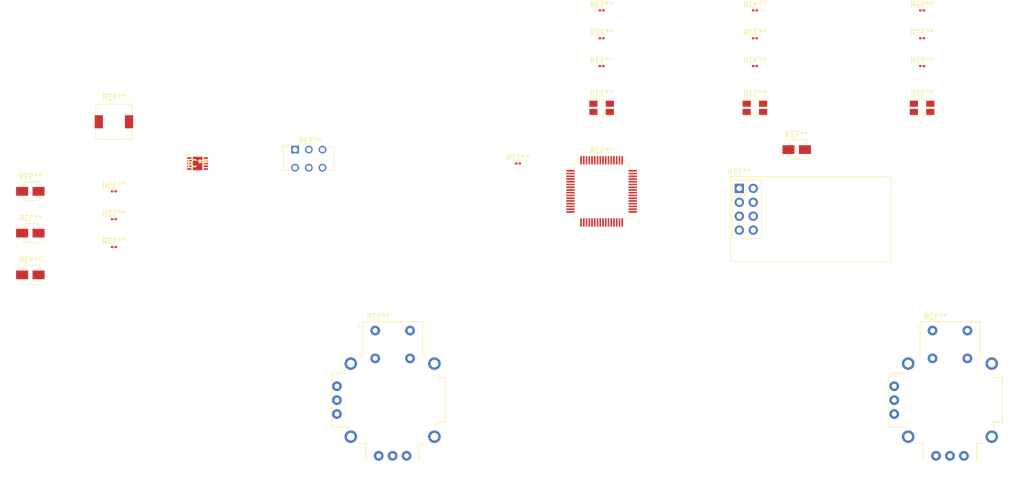
<source format=kicad_pcb>
(kicad_pcb (version 20211014) (generator pcbnew)
  (layers (0 "F.Cu" signal) (31 "B.Cu" signal) (34 "B.Paste" user) (35 "F.Paste" user) (36 "B.SilkS" user "B.Silkscreen") (37 "F.SilkS" user "F.Silkscreen") (38 "B.Mask" user) (39 "F.Mask" user) (44 "Edge.Cuts" user))
  (net 0 "")
  (footprint "Resistor_SMD:R_0201_0603Metric" (layer "F.Cu") (at 50.8 101.6)
    (fp_text reference "REF**" (at 0 -1.05) (layer "F.SilkS"))
    (fp_text value "R_0201_0603Metric")
    (pad "1" smd roundrect (at -0.32 0) (size 0.46 0.4) (layers "F.Cu" "F.Mask"))
    (pad "2" smd roundrect (at 0.32 0) (size 0.46 0.4) (layers "F.Cu" "F.Mask"))
  )
  (footprint "LED_SMD:LED_Avago_PLCC4_3.2x2.8mm_CW" (layer "F.Cu") (at 198.12 76.2)
    (fp_text reference "REF**" (at 0 -2.65) (layer "F.SilkS"))
    (fp_text value "LED_Avago_PLCC4_3.2x2.8mm_CW")
    (fp_line (start -2.5 -0.7) (end -2.5 -1.5) (layer "F.SilkS") (width 0.12))
    (fp_line (start -2.500044 -1.5) (end 1.95 -1.5) (layer "F.SilkS") (width 0.12))
    (fp_line (start -1.95 1.5) (end 1.95 1.5) (layer "F.SilkS") (width 0.12))
    (pad "1" smd rect (at -1.5 -0.75) (size 1.5 1.1) (layers "F.Cu" "F.Paste" "F.Mask"))
    (pad "2" smd rect (at 1.5 -0.75) (size 1.5 1.1) (layers "F.Cu" "F.Paste" "F.Mask"))
    (pad "3" smd rect (at 1.5 0.75) (size 1.5 1.1) (layers "F.Cu" "F.Paste" "F.Mask"))
    (pad "4" smd rect (at -1.5 0.75) (size 1.5 1.1) (layers "F.Cu" "F.Paste" "F.Mask"))
  )
  (footprint "LED_SMD:LED_Avago_PLCC4_3.2x2.8mm_CW" (layer "F.Cu") (at 139.7 76.2)
    (fp_text reference "REF**" (at 0 -2.65) (layer "F.SilkS"))
    (fp_text value "LED_Avago_PLCC4_3.2x2.8mm_CW")
    (fp_line (start -2.5 -0.7) (end -2.5 -1.5) (layer "F.SilkS") (width 0.12))
    (fp_line (start -2.500044 -1.5) (end 1.95 -1.5) (layer "F.SilkS") (width 0.12))
    (fp_line (start -1.95 1.5) (end 1.95 1.5) (layer "F.SilkS") (width 0.12))
    (pad "1" smd rect (at -1.5 -0.75) (size 1.5 1.1) (layers "F.Cu" "F.Paste" "F.Mask"))
    (pad "2" smd rect (at 1.5 -0.75) (size 1.5 1.1) (layers "F.Cu" "F.Paste" "F.Mask"))
    (pad "3" smd rect (at 1.5 0.75) (size 1.5 1.1) (layers "F.Cu" "F.Paste" "F.Mask"))
    (pad "4" smd rect (at -1.5 0.75) (size 1.5 1.1) (layers "F.Cu" "F.Paste" "F.Mask"))
  )
  (footprint "Capacitor_SMD:CP_Elec_3x5.3" (layer "F.Cu") (at 35.56 106.68)
    (fp_text reference "REF**" (at 0 -2.7) (layer "F.SilkS"))
    (fp_text value "CP_Elec_3x5.3")
    (fp_line (start -0.870563 1.76) (end 1.76 1.76) (layer "F.SilkS") (width 0.12))
    (fp_line (start -0.870563 -1.76) (end 1.76 -1.76) (layer "F.SilkS") (width 0.12))
    (fp_line (start 1.76 1.76) (end 1.76 1.06) (layer "F.SilkS") (width 0.12))
    (fp_line (start 1.76 -1.76) (end 1.76 -1.06) (layer "F.SilkS") (width 0.12))
    (fp_line (start -2.375 -1.435) (end -2 -1.435) (layer "F.SilkS") (width 0.12))
    (fp_line (start -2.1875 -1.6225) (end -2.1875 -1.2475) (layer "F.SilkS") (width 0.12))
    (fp_line (start -1.570563 1.06) (end -0.870563 1.76) (layer "F.SilkS") (width 0.12))
    (fp_line (start -1.570563 -1.06) (end -0.870563 -1.76) (layer "F.SilkS") (width 0.12))
    (pad "1" smd rect (at -1.5 0) (size 2.2 1.6) (layers "F.Cu" "F.Paste" "F.Mask"))
    (pad "2" smd rect (at 1.5 0) (size 2.2 1.6) (layers "F.Cu" "F.Paste" "F.Mask"))
  )
  (footprint "Resistor_SMD:R_0201_0603Metric" (layer "F.Cu") (at 139.7 63.5)
    (fp_text reference "REF**" (at 0 -1.05) (layer "F.SilkS"))
    (fp_text value "R_0201_0603Metric")
    (pad "1" smd roundrect (at -0.32 0) (size 0.46 0.4) (layers "F.Cu" "F.Mask"))
    (pad "2" smd roundrect (at 0.32 0) (size 0.46 0.4) (layers "F.Cu" "F.Mask"))
  )
  (footprint "Resistor_SMD:R_0201_0603Metric" (layer "F.Cu") (at 198.12 58.42)
    (fp_text reference "REF**" (at 0 -1.05) (layer "F.SilkS"))
    (fp_text value "R_0201_0603Metric")
    (pad "1" smd roundrect (at -0.32 0) (size 0.46 0.4) (layers "F.Cu" "F.Mask"))
    (pad "2" smd roundrect (at 0.32 0) (size 0.46 0.4) (layers "F.Cu" "F.Mask"))
  )
  (footprint "Resistor_SMD:R_0201_0603Metric" (layer "F.Cu") (at 167.64 68.58)
    (fp_text reference "REF**" (at 0 -1.05) (layer "F.SilkS"))
    (fp_text value "R_0201_0603Metric")
    (pad "1" smd roundrect (at -0.32 0) (size 0.46 0.4) (layers "F.Cu" "F.Mask"))
    (pad "2" smd roundrect (at 0.32 0) (size 0.46 0.4) (layers "F.Cu" "F.Mask"))
  )
  (footprint "Resistor_SMD:R_0201_0603Metric" (layer "F.Cu") (at 139.7 58.42)
    (fp_text reference "REF**" (at 0 -1.05) (layer "F.SilkS"))
    (fp_text value "R_0201_0603Metric")
    (pad "1" smd roundrect (at -0.32 0) (size 0.46 0.4) (layers "F.Cu" "F.Mask"))
    (pad "2" smd roundrect (at 0.32 0) (size 0.46 0.4) (layers "F.Cu" "F.Mask"))
  )
  (footprint "Resistor_SMD:R_0201_0603Metric" (layer "F.Cu") (at 139.7 68.58)
    (fp_text reference "REF**" (at 0 -1.05) (layer "F.SilkS"))
    (fp_text value "R_0201_0603Metric")
    (pad "1" smd roundrect (at -0.32 0) (size 0.46 0.4) (layers "F.Cu" "F.Mask"))
    (pad "2" smd roundrect (at 0.32 0) (size 0.46 0.4) (layers "F.Cu" "F.Mask"))
  )
  (footprint "Resistor_SMD:R_0201_0603Metric" (layer "F.Cu") (at 198.12 68.58)
    (fp_text reference "REF**" (at 0 -1.05) (layer "F.SilkS"))
    (fp_text value "R_0201_0603Metric")
    (pad "1" smd roundrect (at -0.32 0) (size 0.46 0.4) (layers "F.Cu" "F.Mask"))
    (pad "2" smd roundrect (at 0.32 0) (size 0.46 0.4) (layers "F.Cu" "F.Mask"))
  )
  (footprint "Button_Switch_THT:SW_CuK_JS202011CQN_DPDT_Straight" (layer "F.Cu") (at 83.82 83.82)
    (fp_text reference "REF**" (at 2.75 -1.6) (layer "F.SilkS"))
    (fp_text value "SW_CuK_JS202011CQN_DPDT_Straight")
    (fp_line (start -2.1 3.75) (end -0.9 3.75) (layer "F.SilkS") (width 0.12))
    (fp_line (start 7.1 -0.45) (end 7.1 3.75) (layer "F.SilkS") (width 0.12))
    (fp_line (start -2.1 -0.45) (end -2.1 3.75) (layer "F.SilkS") (width 0.12))
    (fp_line (start -0.9 -0.45) (end -2.1 -0.45) (layer "F.SilkS") (width 0.12))
    (fp_line (start -2.4 -0.75) (end -2.4 0.45) (layer "F.SilkS") (width 0.12))
    (fp_line (start 5.9 -0.45) (end 7.1 -0.45) (layer "F.SilkS") (width 0.12))
    (fp_line (start -1.2 -0.75) (end -2.4 -0.75) (layer "F.SilkS") (width 0.12))
    (fp_line (start 7.1 3.75) (end 5.9 3.75) (layer "F.SilkS") (width 0.12))
    (pad "1" thru_hole rect (at 0 0) (size 1.4 1.4) (drill 0.9) (layers *.Cu *.Mask))
    (pad "2" thru_hole circle (at 2.5 0) (size 1.4 1.4) (drill 0.9) (layers *.Cu *.Mask))
    (pad "3" thru_hole circle (at 5 0) (size 1.4 1.4) (drill 0.9) (layers *.Cu *.Mask))
    (pad "4" thru_hole circle (at 0 3.3) (size 1.4 1.4) (drill 0.9) (layers *.Cu *.Mask))
    (pad "5" thru_hole circle (at 2.5 3.3) (size 1.4 1.4) (drill 0.9) (layers *.Cu *.Mask))
    (pad "6" thru_hole circle (at 5 3.3) (size 1.4 1.4) (drill 0.9) (layers *.Cu *.Mask))
  )
  (footprint "Capacitor_SMD:CP_Elec_3x5.3" (layer "F.Cu") (at 175.26 83.82)
    (fp_text reference "REF**" (at 0 -2.7) (layer "F.SilkS"))
    (fp_text value "CP_Elec_3x5.3")
    (fp_line (start -0.870563 1.76) (end 1.76 1.76) (layer "F.SilkS") (width 0.12))
    (fp_line (start 1.76 -1.76) (end 1.76 -1.06) (layer "F.SilkS") (width 0.12))
    (fp_line (start -2.1875 -1.6225) (end -2.1875 -1.2475) (layer "F.SilkS") (width 0.12))
    (fp_line (start 1.76 1.76) (end 1.76 1.06) (layer "F.SilkS") (width 0.12))
    (fp_line (start -2.375 -1.435) (end -2 -1.435) (layer "F.SilkS") (width 0.12))
    (fp_line (start -1.570563 -1.06) (end -0.870563 -1.76) (layer "F.SilkS") (width 0.12))
    (fp_line (start -0.870563 -1.76) (end 1.76 -1.76) (layer "F.SilkS") (width 0.12))
    (fp_line (start -1.570563 1.06) (end -0.870563 1.76) (layer "F.SilkS") (width 0.12))
    (pad "1" smd rect (at -1.5 0) (size 2.2 1.6) (layers "F.Cu" "F.Paste" "F.Mask"))
    (pad "2" smd rect (at 1.5 0) (size 2.2 1.6) (layers "F.Cu" "F.Paste" "F.Mask"))
  )
  (footprint "Resistor_SMD:R_0201_0603Metric" (layer "F.Cu") (at 124.46 86.36)
    (fp_text reference "REF**" (at 0 -1.05) (layer "F.SilkS"))
    (fp_text value "R_0201_0603Metric")
    (pad "1" smd roundrect (at -0.32 0) (size 0.46 0.4) (layers "F.Cu" "F.Mask"))
    (pad "2" smd roundrect (at 0.32 0) (size 0.46 0.4) (layers "F.Cu" "F.Mask"))
  )
  (footprint "Resistor_SMD:R_0201_0603Metric" (layer "F.Cu") (at 167.64 58.42)
    (fp_text reference "REF**" (at 0 -1.05) (layer "F.SilkS"))
    (fp_text value "R_0201_0603Metric")
    (pad "1" smd roundrect (at -0.32 0) (size 0.46 0.4) (layers "F.Cu" "F.Mask"))
    (pad "2" smd roundrect (at 0.32 0) (size 0.46 0.4) (layers "F.Cu" "F.Mask"))
  )
  (footprint "LED_SMD:LED_Avago_PLCC4_3.2x2.8mm_CW" (layer "F.Cu") (at 167.64 76.2)
    (fp_text reference "REF**" (at 0 -2.65) (layer "F.SilkS"))
    (fp_text value "LED_Avago_PLCC4_3.2x2.8mm_CW")
    (fp_line (start -1.95 1.5) (end 1.95 1.5) (layer "F.SilkS") (width 0.12))
    (fp_line (start -2.5 -0.7) (end -2.5 -1.5) (layer "F.SilkS") (width 0.12))
    (fp_line (start -2.500044 -1.5) (end 1.95 -1.5) (layer "F.SilkS") (width 0.12))
    (pad "1" smd rect (at -1.5 -0.75) (size 1.5 1.1) (layers "F.Cu" "F.Paste" "F.Mask"))
    (pad "2" smd rect (at 1.5 -0.75) (size 1.5 1.1) (layers "F.Cu" "F.Paste" "F.Mask"))
    (pad "3" smd rect (at 1.5 0.75) (size 1.5 1.1) (layers "F.Cu" "F.Paste" "F.Mask"))
    (pad "4" smd rect (at -1.5 0.75) (size 1.5 1.1) (layers "F.Cu" "F.Paste" "F.Mask"))
  )
  (footprint "Resistor_SMD:R_0201_0603Metric" (layer "F.Cu") (at 198.12 63.5)
    (fp_text reference "REF**" (at 0 -1.05) (layer "F.SilkS"))
    (fp_text value "R_0201_0603Metric")
    (pad "1" smd roundrect (at -0.32 0) (size 0.46 0.4) (layers "F.Cu" "F.Mask"))
    (pad "2" smd roundrect (at 0.32 0) (size 0.46 0.4) (layers "F.Cu" "F.Mask"))
  )
  (footprint "models:XDCR_COM-09032" (layer "F.Cu") (at 101.6 129.54)
    (fp_text reference "REF**" (at -2.625 -15.235) (layer "F.SilkS"))
    (fp_text value "XDCR_COM-09032")
    (fp_line (start 9.5 4) (end 7.95 4) (layer "F.SilkS") (width 0.127))
    (fp_line (start -11.1 -4.9) (end -7.95 -4.9) (layer "F.SilkS") (width 0.127))
    (fp_line (start -4.85 11.1) (end -4.85 7.9) (layer "F.SilkS") (width 0.127))
    (fp_line (start 9.5 -4.1) (end 9.5 4) (layer "F.SilkS") (width 0.127))
    (fp_line (start 7.95 -4.1) (end 9.5 -4.1) (layer "F.SilkS") (width 0.127))
    (fp_line (start -6.07 -8) (end -5.45 -8) (layer "F.SilkS") (width 0.127))
    (fp_line (start 5.45 -14.3) (end 5.45 -8) (layer "F.SilkS") (width 0.127))
    (fp_line (start -4.85 7.9) (end -6.07 7.9) (layer "F.SilkS") (width 0.127))
    (fp_line (start 7.95 4) (end 7.95 5.12) (layer "F.SilkS") (width 0.127))
    (fp_line (start -7.95 4.9) (end -11.1 4.9) (layer "F.SilkS") (width 0.127))
    (fp_line (start 6.08 7.9) (end 4.85 7.9) (layer "F.SilkS") (width 0.127))
    (fp_line (start -7.95 5.17) (end -7.95 4.9) (layer "F.SilkS") (width 0.127))
    (fp_line (start 4.85 7.9) (end 4.85 11.1) (layer "F.SilkS") (width 0.127))
    (fp_line (start -5.45 -14.3) (end 5.45 -14.3) (layer "F.SilkS") (width 0.127))
    (fp_line (start -11.1 4.9) (end -11.1 -4.9) (layer "F.SilkS") (width 0.127))
    (fp_line (start 5.45 -8) (end 6.08 -8) (layer "F.SilkS") (width 0.127))
    (fp_line (start -5.45 -8) (end -5.45 -14.3) (layer "F.SilkS") (width 0.127))
    (fp_circle (center -6.05 -13.35) (end -5.95 -13.35) (layer "F.SilkS") (width 0.2) (fill none))
    (pad "B1A" thru_hole circle (at -3.175 -12.7) (size 1.778 1.778) (drill 0.9) (layers *.Cu *.Mask))
    (pad "B1B" thru_hole circle (at 3.175 -12.7) (size 1.778 1.778) (drill 0.9) (layers *.Cu *.Mask))
    (pad "B2A" thru_hole circle (at -3.175 -7.62) (size 1.778 1.778) (drill 0.9) (layers *.Cu *.Mask))
    (pad "B2B" thru_hole circle (at 3.175 -7.62) (size 1.778 1.778) (drill 0.9) (layers *.Cu *.Mask))
    (pad "H1" thru_hole circle (at -2.54 10.16) (size 1.778 1.778) (drill 0.889) (layers *.Cu *.Mask))
    (pad "H2" thru_hole circle (at 0 10.16) (size 1.778 1.778) (drill 0.889) (layers *.Cu *.Mask))
    (pad "H3" thru_hole circle (at 2.54 10.16) (size 1.778 1.778) (drill 0.889) (layers *.Cu *.Mask))
    (pad "S1" thru_hole circle (at -7.62 -6.6675) (size 2.286 2.286) (drill 1.397) (layers *.Cu *.Mask))
    (pad "S2" thru_hole circle (at -7.62 6.6675) (size 2.286 2.286) (drill 1.397) (layers *.Cu *.Mask))
    (pad "S3" thru_hole circle (at 7.62 6.6675) (size 2.286 2.286) (drill 1.397) (layers *.Cu *.Mask))
    (pad "S4" thru_hole circle (at 7.62 -6.6675) (size 2.286 2.286) (drill 1.397) (layers *.Cu *.Mask))
    (pad "V1" thru_hole circle (at -10.16 -2.54) (size 1.778 1.778) (drill 0.889) (layers *.Cu *.Mask))
    (pad "V2" thru_hole circle (at -10.16 0) (size 1.778 1.778) (drill 0.889) (layers *.Cu *.Mask))
    (pad "V3" thru_hole circle (at -10.16 2.54) (size 1.778 1.778) (drill 0.889) (layers *.Cu *.Mask))
  )
  (footprint "RF_Module:nRF24L01_Breakout" (layer "F.Cu") (at 164.8 90.895)
    (fp_text reference "REF**" (at 0 -3) (layer "F.SilkS"))
    (fp_text value "nRF24L01_Breakout")
    (fp_line (start -1.6 -2.1) (end 27.6 -2.1) (layer "F.SilkS") (width 0.12))
    (fp_line (start -1.016 1.27) (end -1.016 1.27) (layer "F.SilkS") (width 0.12))
    (fp_line (start 4.064 -1.524) (end 4.064 9.144) (layer "F.SilkS") (width 0.12))
    (fp_line (start -1.27 9.144) (end -1.27 9.144) (layer "F.SilkS") (width 0.12))
    (fp_line (start 27.6 13.35) (end -1.6 13.35) (layer "F.SilkS") (width 0.12))
    (fp_line (start -1.27 9.144) (end -1.27 -1.524) (layer "F.SilkS") (width 0.12))
    (fp_line (start 1.27 1.27) (end -1.016 1.27) (layer "F.SilkS") (width 0.12))
    (fp_line (start -1.27 -1.524) (end 4.064 -1.524) (layer "F.SilkS") (width 0.12))
    (fp_line (start 27.6 -2.1) (end 27.6 13.35) (layer "F.SilkS") (width 0.12))
    (fp_line (start 1.27 -1.016) (end 1.27 1.27) (layer "F.SilkS") (width 0.12))
    (fp_line (start -1.27 -1.524) (end -1.27 -1.524) (layer "F.SilkS") (width 0.12))
    (fp_line (start -1.6 13.35) (end -1.6 -2.1) (layer "F.SilkS") (width 0.12))
    (fp_line (start -1.6 -2.1) (end -1.6 -2.1) (layer "F.SilkS") (width 0.12))
    (fp_line (start 4.064 9.144) (end -1.27 9.144) (layer "F.SilkS") (width 0.12))
    (pad "1" thru_hole rect (at 0 0) (size 1.7 1.7) (drill 1) (layers *.Cu *.Mask))
    (pad "2" thru_hole circle (at 2.54 0) (size 1.7 1.7) (drill 1) (layers *.Cu *.Mask))
    (pad "3" thru_hole circle (at 0 2.54) (size 1.7 1.7) (drill 1) (layers *.Cu *.Mask))
    (pad "4" thru_hole circle (at 2.54 2.54) (size 1.7 1.7) (drill 1) (layers *.Cu *.Mask))
    (pad "5" thru_hole circle (at 0 5.08) (size 1.7 1.7) (drill 1) (layers *.Cu *.Mask))
    (pad "6" thru_hole circle (at 2.54 5.08) (size 1.7 1.7) (drill 1) (layers *.Cu *.Mask))
    (pad "7" thru_hole circle (at 0 7.62) (size 1.7 1.7) (drill 1) (layers *.Cu *.Mask))
    (pad "8" thru_hole circle (at 2.54 7.62) (size 1.7 1.7) (drill 1) (layers *.Cu *.Mask))
  )
  (footprint "Resistor_SMD:R_0201_0603Metric" (layer "F.Cu") (at 50.8 96.52)
    (fp_text reference "REF**" (at 0 -1.05) (layer "F.SilkS"))
    (fp_text value "R_0201_0603Metric")
    (pad "1" smd roundrect (at -0.32 0) (size 0.46 0.4) (layers "F.Cu" "F.Mask"))
    (pad "2" smd roundrect (at 0.32 0) (size 0.46 0.4) (layers "F.Cu" "F.Mask"))
  )
  (footprint "Capacitor_SMD:CP_Elec_3x5.3" (layer "F.Cu") (at 35.56 99.06)
    (fp_text reference "REF**" (at 0 -2.7) (layer "F.SilkS"))
    (fp_text value "CP_Elec_3x5.3")
    (fp_line (start -1.570563 -1.06) (end -0.870563 -1.76) (layer "F.SilkS") (width 0.12))
    (fp_line (start -1.570563 1.06) (end -0.870563 1.76) (layer "F.SilkS") (width 0.12))
    (fp_line (start -2.1875 -1.6225) (end -2.1875 -1.2475) (layer "F.SilkS") (width 0.12))
    (fp_line (start 1.76 1.76) (end 1.76 1.06) (layer "F.SilkS") (width 0.12))
    (fp_line (start -0.870563 -1.76) (end 1.76 -1.76) (layer "F.SilkS") (width 0.12))
    (fp_line (start 1.76 -1.76) (end 1.76 -1.06) (layer "F.SilkS") (width 0.12))
    (fp_line (start -2.375 -1.435) (end -2 -1.435) (layer "F.SilkS") (width 0.12))
    (fp_line (start -0.870563 1.76) (end 1.76 1.76) (layer "F.SilkS") (width 0.12))
    (pad "1" smd rect (at -1.5 0) (size 2.2 1.6) (layers "F.Cu" "F.Paste" "F.Mask"))
    (pad "2" smd rect (at 1.5 0) (size 2.2 1.6) (layers "F.Cu" "F.Paste" "F.Mask"))
  )
  (footprint "Resistor_SMD:R_0201_0603Metric" (layer "F.Cu") (at 167.64 63.5)
    (fp_text reference "REF**" (at 0 -1.05) (layer "F.SilkS"))
    (fp_text value "R_0201_0603Metric")
    (pad "1" smd roundrect (at -0.32 0) (size 0.46 0.4) (layers "F.Cu" "F.Mask"))
    (pad "2" smd roundrect (at 0.32 0) (size 0.46 0.4) (layers "F.Cu" "F.Mask"))
  )
  (footprint "models:XDCR_COM-09032" (layer "F.Cu") (at 203.2 129.54)
    (fp_text reference "REF**" (at -2.625 -15.235) (layer "F.SilkS"))
    (fp_text value "XDCR_COM-09032")
    (fp_line (start 6.08 7.9) (end 4.85 7.9) (layer "F.SilkS") (width 0.127))
    (fp_line (start 7.95 -4.1) (end 9.5 -4.1) (layer "F.SilkS") (width 0.127))
    (fp_line (start -5.45 -8) (end -5.45 -14.3) (layer "F.SilkS") (width 0.127))
    (fp_line (start 9.5 -4.1) (end 9.5 4) (layer "F.SilkS") (width 0.127))
    (fp_line (start -4.85 7.9) (end -6.07 7.9) (layer "F.SilkS") (width 0.127))
    (fp_line (start -6.07 -8) (end -5.45 -8) (layer "F.SilkS") (width 0.127))
    (fp_line (start 9.5 4) (end 7.95 4) (layer "F.SilkS") (width 0.127))
    (fp_line (start -5.45 -14.3) (end 5.45 -14.3) (layer "F.SilkS") (width 0.127))
    (fp_line (start -7.95 5.17) (end -7.95 4.9) (layer "F.SilkS") (width 0.127))
    (fp_line (start -11.1 4.9) (end -11.1 -4.9) (layer "F.SilkS") (width 0.127))
    (fp_line (start -11.1 -4.9) (end -7.95 -4.9) (layer "F.SilkS") (width 0.127))
    (fp_line (start -4.85 11.1) (end -4.85 7.9) (layer "F.SilkS") (width 0.127))
    (fp_line (start -7.95 4.9) (end -11.1 4.9) (layer "F.SilkS") (width 0.127))
    (fp_line (start 7.95 4) (end 7.95 5.12) (layer "F.SilkS") (width 0.127))
    (fp_line (start 5.45 -8) (end 6.08 -8) (layer "F.SilkS") (width 0.127))
    (fp_line (start 4.85 7.9) (end 4.85 11.1) (layer "F.SilkS") (width 0.127))
    (fp_line (start 5.45 -14.3) (end 5.45 -8) (layer "F.SilkS") (width 0.127))
    (fp_circle (center -6.05 -13.35) (end -5.95 -13.35) (layer "F.SilkS") (width 0.2) (fill none))
    (pad "B1A" thru_hole circle (at -3.175 -12.7) (size 1.778 1.778) (drill 0.9) (layers *.Cu *.Mask))
    (pad "B1B" thru_hole circle (at 3.175 -12.7) (size 1.778 1.778) (drill 0.9) (layers *.Cu *.Mask))
    (pad "B2A" thru_hole circle (at -3.175 -7.62) (size 1.778 1.778) (drill 0.9) (layers *.Cu *.Mask))
    (pad "B2B" thru_hole circle (at 3.175 -7.62) (size 1.778 1.778) (drill 0.9) (layers *.Cu *.Mask))
    (pad "H1" thru_hole circle (at -2.54 10.16) (size 1.778 1.778) (drill 0.889) (layers *.Cu *.Mask))
    (pad "H2" thru_hole circle (at 0 10.16) (size 1.778 1.778) (drill 0.889) (layers *.Cu *.Mask))
    (pad "H3" thru_hole circle (at 2.54 10.16) (size 1.778 1.778) (drill 0.889) (layers *.Cu *.Mask))
    (pad "S1" thru_hole circle (at -7.62 -6.6675) (size 2.286 2.286) (drill 1.397) (layers *.Cu *.Mask))
    (pad "S2" thru_hole circle (at -7.62 6.6675) (size 2.286 2.286) (drill 1.397) (layers *.Cu *.Mask))
    (pad "S3" thru_hole circle (at 7.62 6.6675) (size 2.286 2.286) (drill 1.397) (layers *.Cu *.Mask))
    (pad "S4" thru_hole circle (at 7.62 -6.6675) (size 2.286 2.286) (drill 1.397) (layers *.Cu *.Mask))
    (pad "V1" thru_hole circle (at -10.16 -2.54) (size 1.778 1.778) (drill 0.889) (layers *.Cu *.Mask))
    (pad "V2" thru_hole circle (at -10.16 0) (size 1.778 1.778) (drill 0.889) (layers *.Cu *.Mask))
    (pad "V3" thru_hole circle (at -10.16 2.54) (size 1.778 1.778) (drill 0.889) (layers *.Cu *.Mask))
  )
  (footprint "models:SON50P300X300X80-11N-D" (layer "F.Cu") (at 66.04 86.36)
    (fp_text reference "IC**" (at 0 0) (layer "F.SilkS") (effects (font (size 1.27 1.27) (thickness 0.254))))
    (fp_text value "SON50P300X300X80-11N-D" hide)
    (fp_circle (center -1.9 -1.65) (end -1.9 -1.525) (layer "F.SilkS") (width 0.25) (fill none))
    (pad "1" smd rect (at -1.5 -1 90) (size 0.3 0.8) (layers "F.Cu" "F.Paste" "F.Mask"))
    (pad "2" smd rect (at -1.5 -0.5 90) (size 0.3 0.8) (layers "F.Cu" "F.Paste" "F.Mask"))
    (pad "3" smd rect (at -1.5 0 90) (size 0.3 0.8) (layers "F.Cu" "F.Paste" "F.Mask"))
    (pad "4" smd rect (at -1.5 0.5 90) (size 0.3 0.8) (layers "F.Cu" "F.Paste" "F.Mask"))
    (pad "5" smd rect (at -1.5 1 90) (size 0.3 0.8) (layers "F.Cu" "F.Paste" "F.Mask"))
    (pad "6" smd rect (at 1.5 1 90) (size 0.3 0.8) (layers "F.Cu" "F.Paste" "F.Mask"))
    (pad "7" smd rect (at 1.5 0.5 90) (size 0.3 0.8) (layers "F.Cu" "F.Paste" "F.Mask"))
    (pad "8" smd rect (at 1.5 0 90) (size 0.3 0.8) (layers "F.Cu" "F.Paste" "F.Mask"))
    (pad "9" smd rect (at 1.5 -0.5 90) (size 0.3 0.8) (layers "F.Cu" "F.Paste" "F.Mask"))
    (pad "10" smd rect (at 1.5 -1 90) (size 0.3 0.8) (layers "F.Cu" "F.Paste" "F.Mask"))
    (pad "11" smd rect (at 0 0) (size 1.75 2.48) (layers "F.Cu" "F.Paste" "F.Mask"))
  )
  (footprint "Inductor_SMD:L_6.3x6.3_H3" (layer "F.Cu") (at 50.8 78.74)
    (fp_text reference "REF**" (at 0 -4.45) (layer "F.SilkS"))
    (fp_text value "L_6.3x6.3_H3")
    (fp_line (start 3.3 -3.2) (end 3.3 -1.5) (layer "F.SilkS") (width 0.12))
    (fp_line (start -3.3 -1.5) (end -3.3 -3.2) (layer "F.SilkS") (width 0.12))
    (fp_line (start -3.3 -3.2) (end 3.3 -3.2) (layer "F.SilkS") (width 0.12))
    (fp_line (start -3.3 3.2) (end -3.3 1.5) (layer "F.SilkS") (width 0.12))
    (fp_line (start 3.3 3.2) (end -3.3 3.2) (layer "F.SilkS") (width 0.12))
    (fp_line (start 3.3 1.5) (end 3.3 3.2) (layer "F.SilkS") (width 0.12))
    (pad "1" smd rect (at -2.75 0) (size 1.5 2.4) (layers "F.Cu" "F.Paste" "F.Mask"))
    (pad "2" smd rect (at 2.75 0) (size 1.5 2.4) (layers "F.Cu" "F.Paste" "F.Mask"))
  )
  (footprint "Resistor_SMD:R_0201_0603Metric" (layer "F.Cu") (at 50.8 91.44)
    (fp_text reference "REF**" (at 0 -1.05) (layer "F.SilkS"))
    (fp_text value "R_0201_0603Metric")
    (pad "1" smd roundrect (at -0.32 0) (size 0.46 0.4) (layers "F.Cu" "F.Mask"))
    (pad "2" smd roundrect (at 0.32 0) (size 0.46 0.4) (layers "F.Cu" "F.Mask"))
  )
  (footprint "Package_QFP:LQFP-64_10x10mm_P0.5mm" (layer "F.Cu") (at 139.7 91.44)
    (fp_text reference "REF**" (at 0 -7.4) (layer "F.SilkS"))
    (fp_text value "LQFP-64_10x10mm_P0.5mm")
    (fp_line (start -5.11 -4.16) (end -6.45 -4.16) (layer "F.SilkS") (width 0.12))
    (fp_line (start -5.11 -5.11) (end -5.11 -4.16) (layer "F.SilkS") (width 0.12))
    (fp_line (start -4.16 5.11) (end -5.11 5.11) (layer "F.SilkS") (width 0.12))
    (fp_line (start 4.16 -5.11) (end 5.11 -5.11) (layer "F.SilkS") (width 0.12))
    (fp_line (start 5.11 5.11) (end 5.11 4.16) (layer "F.SilkS") (width 0.12))
    (fp_line (start -5.11 5.11) (end -5.11 4.16) (layer "F.SilkS") (width 0.12))
    (fp_line (start 4.16 5.11) (end 5.11 5.11) (layer "F.SilkS") (width 0.12))
    (fp_line (start 5.11 -5.11) (end 5.11 -4.16) (layer "F.SilkS") (width 0.12))
    (fp_line (start -4.16 -5.11) (end -5.11 -5.11) (layer "F.SilkS") (width 0.12))
    (pad "1" smd roundrect (at -5.675 -3.75) (size 1.55 0.3) (layers "F.Cu" "F.Paste" "F.Mask"))
    (pad "2" smd roundrect (at -5.675 -3.25) (size 1.55 0.3) (layers "F.Cu" "F.Paste" "F.Mask"))
    (pad "3" smd roundrect (at -5.675 -2.75) (size 1.55 0.3) (layers "F.Cu" "F.Paste" "F.Mask"))
    (pad "4" smd roundrect (at -5.675 -2.25) (size 1.55 0.3) (layers "F.Cu" "F.Paste" "F.Mask"))
    (pad "5" smd roundrect (at -5.675 -1.75) (size 1.55 0.3) (layers "F.Cu" "F.Paste" "F.Mask"))
    (pad "6" smd roundrect (at -5.675 -1.25) (size 1.55 0.3) (layers "F.Cu" "F.Paste" "F.Mask"))
    (pad "7" smd roundrect (at -5.675 -0.75) (size 1.55 0.3) (layers "F.Cu" "F.Paste" "F.Mask"))
    (pad "8" smd roundrect (at -5.675 -0.25) (size 1.55 0.3) (layers "F.Cu" "F.Paste" "F.Mask"))
    (pad "9" smd roundrect (at -5.675 0.25) (size 1.55 0.3) (layers "F.Cu" "F.Paste" "F.Mask"))
    (pad "10" smd roundrect (at -5.675 0.75) (size 1.55 0.3) (layers "F.Cu" "F.Paste" "F.Mask"))
    (pad "11" smd roundrect (at -5.675 1.25) (size 1.55 0.3) (layers "F.Cu" "F.Paste" "F.Mask"))
    (pad "12" smd roundrect (at -5.675 1.75) (size 1.55 0.3) (layers "F.Cu" "F.Paste" "F.Mask"))
    (pad "13" smd roundrect (at -5.675 2.25) (size 1.55 0.3) (layers "F.Cu" "F.Paste" "F.Mask"))
    (pad "14" smd roundrect (at -5.675 2.75) (size 1.55 0.3) (layers "F.Cu" "F.Paste" "F.Mask"))
    (pad "15" smd roundrect (at -5.675 3.25) (size 1.55 0.3) (layers "F.Cu" "F.Paste" "F.Mask"))
    (pad "16" smd roundrect (at -5.675 3.75) (size 1.55 0.3) (layers "F.Cu" "F.Paste" "F.Mask"))
    (pad "17" smd roundrect (at -3.75 5.675) (size 0.3 1.55) (layers "F.Cu" "F.Paste" "F.Mask"))
    (pad "18" smd roundrect (at -3.25 5.675) (size 0.3 1.55) (layers "F.Cu" "F.Paste" "F.Mask"))
    (pad "19" smd roundrect (at -2.75 5.675) (size 0.3 1.55) (layers "F.Cu" "F.Paste" "F.Mask"))
    (pad "20" smd roundrect (at -2.25 5.675) (size 0.3 1.55) (layers "F.Cu" "F.Paste" "F.Mask"))
    (pad "21" smd roundrect (at -1.75 5.675) (size 0.3 1.55) (layers "F.Cu" "F.Paste" "F.Mask"))
    (pad "22" smd roundrect (at -1.25 5.675) (size 0.3 1.55) (layers "F.Cu" "F.Paste" "F.Mask"))
    (pad "23" smd roundrect (at -0.75 5.675) (size 0.3 1.55) (layers "F.Cu" "F.Paste" "F.Mask"))
    (pad "24" smd roundrect (at -0.25 5.675) (size 0.3 1.55) (layers "F.Cu" "F.Paste" "F.Mask"))
    (pad "25" smd roundrect (at 0.25 5.675) (size 0.3 1.55) (layers "F.Cu" "F.Paste" "F.Mask"))
    (pad "26" smd roundrect (at 0.75 5.675) (size 0.3 1.55) (layers "F.Cu" "F.Paste" "F.Mask"))
    (pad "27" smd roundrect (at 1.25 5.675) (size 0.3 1.55) (layers "F.Cu" "F.Paste" "F.Mask"))
    (pad "28" smd roundrect (at 1.75 5.675) (size 0.3 1.55) (layers "F.Cu" "F.Paste" "F.Mask"))
    (pad "29" smd roundrect (at 2.25 5.675) (size 0.3 1.55) (layers "F.Cu" "F.Paste" "F.Mask"))
    (pad "30" smd roundrect (at 2.75 5.675) (size 0.3 1.55) (layers "F.Cu" "F.Paste" "F.Mask"))
    (pad "31" smd roundrect (at 3.25 5.675) (size 0.3 1.55) (layers "F.Cu" "F.Paste" "F.Mask"))
    (pad "32" smd roundrect (at 3.75 5.675) (size 0.3 1.55) (layers "F.Cu" "F.Paste" "F.Mask"))
    (pad "33" smd roundrect (at 5.675 3.75) (size 1.55 0.3) (layers "F.Cu" "F.Paste" "F.Mask"))
    (pad "34" smd roundrect (at 5.675 3.25) (size 1.55 0.3) (layers "F.Cu" "F.Paste" "F.Mask"))
    (pad "35" smd roundrect (at 5.675 2.75) (size 1.55 0.3) (layers "F.Cu" "F.Paste" "F.Mask"))
    (pad "36" smd roundrect (at 5.675 2.25) (size 1.55 0.3) (layers "F.Cu" "F.Paste" "F.Mask"))
    (pad "37" smd roundrect (at 5.675 1.75) (size 1.55 0.3) (layers "F.Cu" "F.Paste" "F.Mask"))
    (pad "38" smd roundrect (at 5.675 1.25) (size 1.55 0.3) (layers "F.Cu" "F.Paste" "F.Mask"))
    (pad "39" smd roundrect (at 5.675 0.75) (size 1.55 0.3) (layers "F.Cu" "F.Paste" "F.Mask"))
    (pad "40" smd roundrect (at 5.675 0.25) (size 1.55 0.3) (layers "F.Cu" "F.Paste" "F.Mask"))
    (pad "41" smd roundrect (at 5.675 -0.25) (size 1.55 0.3) (layers "F.Cu" "F.Paste" "F.Mask"))
    (pad "42" smd roundrect (at 5.675 -0.75) (size 1.55 0.3) (layers "F.Cu" "F.Paste" "F.Mask"))
    (pad "43" smd roundrect (at 5.675 -1.25) (size 1.55 0.3) (layers "F.Cu" "F.Paste" "F.Mask"))
    (pad "44" smd roundrect (at 5.675 -1.75) (size 1.55 0.3) (layers "F.Cu" "F.Paste" "F.Mask"))
    (pad "45" smd roundrect (at 5.675 -2.25) (size 1.55 0.3) (layers "F.Cu" "F.Paste" "F.Mask"))
    (pad "46" smd roundrect (at 5.675 -2.75) (size 1.55 0.3) (layers "F.Cu" "F.Paste" "F.Mask"))
    (pad "47" smd roundrect (at 5.675 -3.25) (size 1.55 0.3) (layers "F.Cu" "F.Paste" "F.Mask"))
    (pad "48" smd roundrect (at 5.675 -3.75) (size 1.55 0.3) (layers "F.Cu" "F.Paste" "F.Mask"))
    (pad "49" smd roundrect (at 3.75 -5.675) (size 0.3 1.55) (layers "F.Cu" "F.Paste" "F.Mask"))
    (pad "50" smd roundrect (at 3.25 -5.675) (size 0.3 1.55) (layers "F.Cu" "F.Paste" "F.Mask"))
    (pad "51" smd roundrect (at 2.75 -5.675) (size 0.3 1.55) (layers "F.Cu" "F.Paste" "F.Mask"))
    (pad "52" smd roundrect (at 2.25 -5.675) (size 0.3 1.55) (layers "F.Cu" "F.Paste" "F.Mask"))
    (pad "53" smd roundrect (at 1.75 -5.675) (size 0.3 1.55) (layers "F.Cu" "F.Paste" "F.Mask"))
    (pad "54" smd roundrect (at 1.25 -5.675) (size 0.3 1.55) (layers "F.Cu" "F.Paste" "F.Mask"))
    (pad "55" smd roundrect (at 0.75 -5.675) (size 0.3 1.55) (layers "F.Cu" "F.Paste" "F.Mask"))
    (pad "56" smd roundrect (at 0.25 -5.675) (size 0.3 1.55) (layers "F.Cu" "F.Paste" "F.Mask"))
    (pad "57" smd roundrect (at -0.25 -5.675) (size 0.3 1.55) (layers "F.Cu" "F.Paste" "F.Mask"))
    (pad "58" smd roundrect (at -0.75 -5.675) (size 0.3 1.55) (layers "F.Cu" "F.Paste" "F.Mask"))
    (pad "59" smd roundrect (at -1.25 -5.675) (size 0.3 1.55) (layers "F.Cu" "F.Paste" "F.Mask"))
    (pad "60" smd roundrect (at -1.75 -5.675) (size 0.3 1.55) (layers "F.Cu" "F.Paste" "F.Mask"))
    (pad "61" smd roundrect (at -2.25 -5.675) (size 0.3 1.55) (layers "F.Cu" "F.Paste" "F.Mask"))
    (pad "62" smd roundrect (at -2.75 -5.675) (size 0.3 1.55) (layers "F.Cu" "F.Paste" "F.Mask"))
    (pad "63" smd roundrect (at -3.25 -5.675) (size 0.3 1.55) (layers "F.Cu" "F.Paste" "F.Mask"))
    (pad "64" smd roundrect (at -3.75 -5.675) (size 0.3 1.55) (layers "F.Cu" "F.Paste" "F.Mask"))
  )
  (footprint "Capacitor_SMD:CP_Elec_3x5.3" (layer "F.Cu") (at 35.56 91.44)
    (fp_text reference "REF**" (at 0 -2.7) (layer "F.SilkS"))
    (fp_text value "CP_Elec_3x5.3")
    (fp_line (start -2.375 -1.435) (end -2 -1.435) (layer "F.SilkS") (width 0.12))
    (fp_line (start -1.570563 1.06) (end -0.870563 1.76) (layer "F.SilkS") (width 0.12))
    (fp_line (start -0.870563 -1.76) (end 1.76 -1.76) (layer "F.SilkS") (width 0.12))
    (fp_line (start 1.76 1.76) (end 1.76 1.06) (layer "F.SilkS") (width 0.12))
    (fp_line (start 1.76 -1.76) (end 1.76 -1.06) (layer "F.SilkS") (width 0.12))
    (fp_line (start -1.570563 -1.06) (end -0.870563 -1.76) (layer "F.SilkS") (width 0.12))
    (fp_line (start -2.1875 -1.6225) (end -2.1875 -1.2475) (layer "F.SilkS") (width 0.12))
    (fp_line (start -0.870563 1.76) (end 1.76 1.76) (layer "F.SilkS") (width 0.12))
    (pad "1" smd rect (at -1.5 0) (size 2.2 1.6) (layers "F.Cu" "F.Paste" "F.Mask"))
    (pad "2" smd rect (at 1.5 0) (size 2.2 1.6) (layers "F.Cu" "F.Paste" "F.Mask"))
  )
)
</source>
